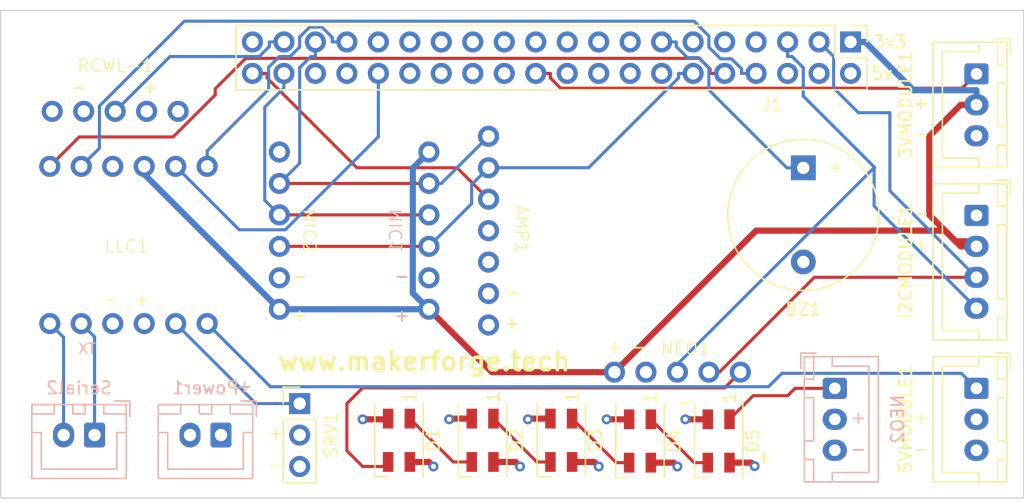
<source format=kicad_pcb>
(kicad_pcb (version 20221018) (generator pcbnew)
  (layers (0 "F.Cu" signal) (1 "In1.Cu" signal) (2 "In2.Cu" signal) (31 "B.Cu" signal) (34 "B.Paste" user) (35 "F.Paste" user) (36 "B.SilkS" user "B.Silkscreen") (37 "F.SilkS" user "F.Silkscreen") (38 "B.Mask" user) (39 "F.Mask" user) (44 "Edge.Cuts" user))
  (net 0 "")
  (net 2 "+5V")
  (net 3 "GND")
  (net 7 "Net-(AMP1-DIN)")
  (net 8 "Net-(AMP1-BCLK)")
  (net 9 "Net-(AMP1-LRCLK)")
  (net 10 "Net-(BZ1--)")
  (net 12 "Net-(J1-GPIO26)")
  (net 13 "Net-(LLC1-HV3)")
  (net 14 "Net-(LLC1-HV4)")
  (net 15 "Net-(LLC1-HV2)")
  (net 16 "Net-(J1-GPIO15{slash}RXD)")
  (net 17 "Net-(J1-GPIO14{slash}TXD)")
  (net 18 "Net-(J1-GPIO20{slash}MOSI1)")
  (net 19 "Net-(D1-DOUT)")
  (net 20 "Net-(D1-DIN)")
  (net 21 "Net-(J1-PWM1{slash}GPIO13)")
  (net 36 "Net-(J1-PWM0{slash}GPIO12)")
  (net 38 "Net-(D2-DOUT)")
  (net 39 "Net-(D3-DOUT)")
  (net 40 "Net-(D4-DOUT)")
  (net 41 "Net-(3VMODULE1-Pin_1)")
  (net 42 "Net-(5VMODULE1-Pin_1)")
  (net 43 "+3V3")
  (net 44 "Net-(I2CMODULE1-Pin_4)")
  (net 45 "Net-(I2CMODULE1-Pin_3)")
  (net 46 "Net-(D5-DOUT)")
  (footprint "LED_SMD:LED_SK6812MINI_PLCC4_3.5x3.5mm_P1.75mm" (layer "F.Cu") (at 162.08 82.974 -90)
    (fp_text reference "D3" (at 0 -2.75 90) (layer "F.SilkS"))
    (fp_text value "SK6812MINI")
    (fp_text user "1" (at -3.5 -0.875 90) (layer "F.SilkS"))
    (pad "1" smd rect (at -1.75 -0.875 270) (size 1.6 0.85) (layers "F.Cu" "F.Paste" "F.Mask") (net 39 "Net-(D3-DOUT)"))
    (pad "2" smd rect (at -1.75 0.875 270) (size 1.6 0.85) (layers "F.Cu" "F.Paste" "F.Mask") (net 3 "GND"))
    (pad "3" smd rect (at 1.75 0.875 270) (size 1.6 0.85) (layers "F.Cu" "F.Paste" "F.Mask") (net 38 "Net-(D2-DOUT)"))
    (pad "4" smd rect (at 1.75 -0.875 270) (size 1.6 0.85) (layers "F.Cu" "F.Paste" "F.Mask") (net 2 "+5V"))
  )
  (footprint "LED_SMD:LED_SK6812MINI_PLCC4_3.5x3.5mm_P1.75mm" (layer "F.Cu") (at 148.985 82.974 -90)
    (fp_text reference "D1" (at 0 -2.75 90) (layer "F.SilkS"))
    (fp_text value "SK6812MINI")
    (fp_text user "1" (at -3.5 -0.875 90) (layer "F.SilkS"))
    (pad "1" smd rect (at -1.75 -0.875 270) (size 1.6 0.85) (layers "F.Cu" "F.Paste" "F.Mask") (net 19 "Net-(D1-DOUT)"))
    (pad "2" smd rect (at -1.75 0.875 270) (size 1.6 0.85) (layers "F.Cu" "F.Paste" "F.Mask") (net 3 "GND"))
    (pad "3" smd rect (at 1.75 0.875 270) (size 1.6 0.85) (layers "F.Cu" "F.Paste" "F.Mask") (net 20 "Net-(D1-DIN)"))
    (pad "4" smd rect (at 1.75 -0.875 270) (size 1.6 0.85) (layers "F.Cu" "F.Paste" "F.Mask") (net 2 "+5V"))
  )
  (footprint "MakerForgeComponents:LCC_BIDIRECTIONAL" (layer "F.Cu") (at 134.7775 59.5775 -90)
    (fp_text reference "LLC1" (at 7.7325 7.7775 unlocked) (layer "F.SilkS") (effects (font (thickness 0.1))))
    (fp_text value "~")
    (pad "1" thru_hole circle (at 13.97 6.35 270) (size 1.7 1.7) (drill 1) (layers "*.Cu" "*.Mask") (net 2 "+5V"))
    (pad "2" thru_hole circle (at 13.97 8.89 270) (size 1.7 1.7) (drill 1) (layers "*.Cu" "*.Mask") (net 3 "GND"))
    (pad "3" thru_hole circle (at 13.97 1.27 270) (size 1.7 1.7) (drill 1) (layers "*.Cu" "*.Mask") (net 42 "Net-(5VMODULE1-Pin_1)"))
    (pad "4" thru_hole circle (at 13.97 3.81 270) (size 1.7 1.7) (drill 1) (layers "*.Cu" "*.Mask") (net 15 "Net-(LLC1-HV2)"))
    (pad "5" thru_hole circle (at 13.97 11.43 270) (size 1.7 1.7) (drill 1) (layers "*.Cu" "*.Mask") (net 13 "Net-(LLC1-HV3)"))
    (pad "6" thru_hole circle (at 13.97 13.97 270) (size 1.7 1.7) (drill 1) (layers "*.Cu" "*.Mask") (net 14 "Net-(LLC1-HV4)"))
    (pad "7" thru_hole circle (at 1.27 6.35 270) (size 1.7 1.7) (drill 1) (layers "*.Cu" "*.Mask") (net 43 "+3V3"))
    (pad "8" thru_hole circle (at 1.27 8.89 270) (size 1.7 1.7) (drill 1) (layers "*.Cu" "*.Mask") (net 3 "GND"))
    (pad "9" thru_hole circle (at 1.27 1.27 270) (size 1.7 1.7) (drill 1) (layers "*.Cu" "*.Mask") (net 21 "Net-(J1-PWM1{slash}GPIO13)"))
    (pad "10" thru_hole circle (at 1.27 3.81 270) (size 1.7 1.7) (drill 1) (layers "*.Cu" "*.Mask") (net 36 "Net-(J1-PWM0{slash}GPIO12)"))
    (pad "11" thru_hole circle (at 1.27 11.43 270) (size 1.7 1.7) (drill 1) (layers "*.Cu" "*.Mask") (net 17 "Net-(J1-GPIO14{slash}TXD)"))
    (pad "12" thru_hole circle (at 1.27 13.97 270) (size 1.7 1.7) (drill 1) (layers "*.Cu" "*.Mask") (net 16 "Net-(J1-GPIO15{slash}RXD)"))
  )
  (footprint "MakerForgeComponents:RCWL-0516_MIN" (layer "F.Cu") (at 117.1925 58.9425)
    (fp_text reference "RCWL-1" (at 8.89 -6.2375 unlocked) (layer "F.SilkS") (effects (font (thickness 0.1))))
    (fp_text value "~")
    (pad "1" thru_hole circle (at 13.97 -2.54) (size 1.7 1.7) (drill 1) (layers "*.Cu" "*.Mask"))
    (pad "2" thru_hole circle (at 11.43 -2.54) (size 1.7 1.7) (drill 1) (layers "*.Cu" "*.Mask") (net 2 "+5V"))
    (pad "3" thru_hole circle (at 8.89 -2.54) (size 1.7 1.7) (drill 1) (layers "*.Cu" "*.Mask") (net 12 "Net-(J1-GPIO26)"))
    (pad "4" thru_hole circle (at 6.35 -2.54) (size 1.7 1.7) (drill 1) (layers "*.Cu" "*.Mask") (net 3 "GND"))
    (pad "5" thru_hole circle (at 3.81 -2.54) (size 1.7 1.7) (drill 1) (layers "*.Cu" "*.Mask"))
  )
  (footprint "MakerForgeComponents:MAX98357" (layer "F.Cu") (at 174.26 57.15 -90)
    (fp_text reference "AMP1" (at 8.7775 15.3525 -90 unlocked) (layer "F.SilkS") (effects (font (thickness 0.1))))
    (fp_text value "~")
    (pad "1" thru_hole circle (at 16.51 18.05 270) (size 1.7 1.7) (drill 1) (layers "*.Cu" "*.Mask") (net 2 "+5V"))
    (pad "2" thru_hole circle (at 13.97 18.05 270) (size 1.7 1.7) (drill 1) (layers "*.Cu" "*.Mask") (net 3 "GND"))
    (pad "3" thru_hole circle (at 11.43 18.05 270) (size 1.7 1.7) (drill 1) (layers "*.Cu" "*.Mask"))
    (pad "4" thru_hole circle (at 8.89 18.05 270) (size 1.7 1.7) (drill 1) (layers "*.Cu" "*.Mask"))
    (pad "5" thru_hole circle (at 6.35 18.05 270) (size 1.7 1.7) (drill 1) (layers "*.Cu" "*.Mask") (net 7 "Net-(AMP1-DIN)"))
    (pad "6" thru_hole circle (at 3.81 18.05 270) (size 1.7 1.7) (drill 1) (layers "*.Cu" "*.Mask") (net 8 "Net-(AMP1-BCLK)"))
    (pad "7" thru_hole circle (at 1.27 18.05 270) (size 1.7 1.7) (drill 1) (layers "*.Cu" "*.Mask") (net 9 "Net-(AMP1-LRCLK)"))
  )
  (footprint "LED_SMD:LED_SK6812MINI_PLCC4_3.5x3.5mm_P1.75mm" (layer "F.Cu") (at 168.43 83.03 -90)
    (fp_text reference "D4" (at 0 -2.75 90) (layer "F.SilkS"))
    (fp_text value "SK6812MINI")
    (fp_text user "1" (at -3.5 -0.875 90) (layer "F.SilkS"))
    (pad "1" smd rect (at -1.75 -0.875 270) (size 1.6 0.85) (layers "F.Cu" "F.Paste" "F.Mask") (net 40 "Net-(D4-DOUT)"))
    (pad "2" smd rect (at -1.75 0.875 270) (size 1.6 0.85) (layers "F.Cu" "F.Paste" "F.Mask") (net 3 "GND"))
    (pad "3" smd rect (at 1.75 0.875 270) (size 1.6 0.85) (layers "F.Cu" "F.Paste" "F.Mask") (net 39 "Net-(D3-DOUT)"))
    (pad "4" smd rect (at 1.75 -0.875 270) (size 1.6 0.85) (layers "F.Cu" "F.Paste" "F.Mask") (net 2 "+5V"))
  )
  (footprint "Connector_JST:JST_XH_B3B-XH-A_1x03_P2.50mm_Vertical" (layer "F.Cu") (at 195.58 78.78 -90)
    (fp_text reference "5VMODULE1" (at 2.5 5.715 -90) (layer "F.SilkS"))
    (fp_text value "Conn_01x03")
    (pad "1" thru_hole roundrect (at 0 0 270) (size 1.7 1.95) (drill 0.95) (layers "*.Cu" "*.Mask") (roundrect_rratio 0.1470588235) (net 42 "Net-(5VMODULE1-Pin_1)"))
    (pad "2" thru_hole oval (at 2.5 0 270) (size 1.7 1.95) (drill 0.95) (layers "*.Cu" "*.Mask") (net 2 "+5V"))
    (pad "3" thru_hole oval (at 5 0 270) (size 1.7 1.95) (drill 0.95) (layers "*.Cu" "*.Mask") (net 3 "GND"))
  )
  (footprint "Connector_PinHeader_2.54mm:PinHeader_2x20_P2.54mm_Vertical" (layer "F.Cu") (at 185.42 50.8 -90)
    (fp_text reference "J1" (at 5.08 6.35) (layer "F.SilkS"))
    (fp_text value "Raspberry_Pi_2_3")
    (pad "1" thru_hole rect (at 0 0 270) (size 1.7 1.7) (drill 1) (layers "*.Cu" "*.Mask") (net 43 "+3V3"))
    (pad "2" thru_hole oval (at 2.54 0 270) (size 1.7 1.7) (drill 1) (layers "*.Cu" "*.Mask") (net 2 "+5V"))
    (pad "3" thru_hole oval (at 0 2.54 270) (size 1.7 1.7) (drill 1) (layers "*.Cu" "*.Mask") (net 45 "Net-(I2CMODULE1-Pin_3)"))
    (pad "4" thru_hole oval (at 2.54 2.54 270) (size 1.7 1.7) (drill 1) (layers "*.Cu" "*.Mask") (net 2 "+5V"))
    (pad "5" thru_hole oval (at 0 5.08 270) (size 1.7 1.7) (drill 1) (layers "*.Cu" "*.Mask") (net 44 "Net-(I2CMODULE1-Pin_4)"))
    (pad "6" thru_hole oval (at 2.54 5.08 270) (size 1.7 1.7) (drill 1) (layers "*.Cu" "*.Mask") (net 3 "GND"))
    (pad "7" thru_hole oval (at 0 7.62 270) (size 1.7 1.7) (drill 1) (layers "*.Cu" "*.Mask"))
    (pad "8" thru_hole oval (at 2.54 7.62 270) (size 1.7 1.7) (drill 1) (layers "*.Cu" "*.Mask") (net 17 "Net-(J1-GPIO14{slash}TXD)"))
    (pad "9" thru_hole oval (at 0 10.16 270) (size 1.7 1.7) (drill 1) (layers "*.Cu" "*.Mask") (net 3 "GND"))
    (pad "10" thru_hole oval (at 2.54 10.16 270) (size 1.7 1.7) (drill 1) (layers "*.Cu" "*.Mask") (net 16 "Net-(J1-GPIO15{slash}RXD)"))
    (pad "11" thru_hole oval (at 0 12.7 270) (size 1.7 1.7) (drill 1) (layers "*.Cu" "*.Mask"))
    (pad "12" thru_hole oval (at 2.54 12.7 270) (size 1.7 1.7) (drill 1) (layers "*.Cu" "*.Mask") (net 8 "Net-(AMP1-BCLK)"))
    (pad "13" thru_hole oval (at 0 15.24 270) (size 1.7 1.7) (drill 1) (layers "*.Cu" "*.Mask") (net 10 "Net-(BZ1--)"))
    (pad "14" thru_hole oval (at 2.54 15.24 270) (size 1.7 1.7) (drill 1) (layers "*.Cu" "*.Mask") (net 3 "GND"))
    (pad "15" thru_hole oval (at 0 17.78 270) (size 1.7 1.7) (drill 1) (layers "*.Cu" "*.Mask"))
    (pad "16" thru_hole oval (at 2.54 17.78 270) (size 1.7 1.7) (drill 1) (layers "*.Cu" "*.Mask"))
    (pad "17" thru_hole oval (at 0 20.32 270) (size 1.7 1.7) (drill 1) (layers "*.Cu" "*.Mask"))
    (pad "18" thru_hole oval (at 2.54 20.32 270) (size 1.7 1.7) (drill 1) (layers "*.Cu" "*.Mask"))
    (pad "19" thru_hole oval (at 0 22.86 270) (size 1.7 1.7) (drill 1) (layers "*.Cu" "*.Mask"))
    (pad "20" thru_hole oval (at 2.54 22.86 270) (size 1.7 1.7) (drill 1) (layers "*.Cu" "*.Mask") (net 3 "GND"))
    (pad "21" thru_hole oval (at 0 25.4 270) (size 1.7 1.7) (drill 1) (layers "*.Cu" "*.Mask"))
    (pad "22" thru_hole oval (at 2.54 25.4 270) (size 1.7 1.7) (drill 1) (layers "*.Cu" "*.Mask") (net 41 "Net-(3VMODULE1-Pin_1)"))
    (pad "23" thru_hole oval (at 0 27.94 270) (size 1.7 1.7) (drill 1) (layers "*.Cu" "*.Mask"))
    (pad "24" thru_hole oval (at 2.54 27.94 270) (size 1.7 1.7) (drill 1) (layers "*.Cu" "*.Mask"))
    (pad "25" thru_hole oval (at 0 30.48 270) (size 1.7 1.7) (drill 1) (layers "*.Cu" "*.Mask") (net 3 "GND"))
    (pad "26" thru_hole oval (at 2.54 30.48 270) (size 1.7 1.7) (drill 1) (layers "*.Cu" "*.Mask"))
    (pad "27" thru_hole oval (at 0 33.02 270) (size 1.7 1.7) (drill 1) (layers "*.Cu" "*.Mask"))
    (pad "28" thru_hole oval (at 2.54 33.02 270) (size 1.7 1.7) (drill 1) (layers "*.Cu" "*.Mask"))
    (pad "29" thru_hole oval (at 0 35.56 270) (size 1.7 1.7) (drill 1) (layers "*.Cu" "*.Mask"))
    (pad "30" thru_hole oval (at 2.54 35.56 270) (size 1.7 1.7) (drill 1) (layers "*.Cu" "*.Mask") (net 3 "GND"))
    (pad "31" thru_hole oval (at 0 38.1 270) (size 1.7 1.7) (drill 1) (layers "*.Cu" "*.Mask"))
    (pad "32" thru_hole oval (at 2.54 38.1 270) (size 1.7 1.7) (drill 1) (layers "*.Cu" "*.Mask") (net 36 "Net-(J1-PWM0{slash}GPIO12)"))
    (pad "33" thru_hole oval (at 0 40.64 270) (size 1.7 1.7) (drill 1) (layers "*.Cu" "*.Mask") (net 21 "Net-(J1-PWM1{slash}GPIO13)"))
    (pad "34" thru_hole oval (at 2.54 40.64 270) (size 1.7 1.7) (drill 1) (layers "*.Cu" "*.Mask") (net 3 "GND"))
    (pad "35" thru_hole oval (at 0 43.18 270) (size 1.7 1.7) (drill 1) (layers "*.Cu" "*.Mask") (net 9 "Net-(AMP1-LRCLK)"))
    (pad "36" thru_hole oval (at 2.54 43.18 270) (size 1.7 1.7) (drill 1) (layers "*.Cu" "*.Mask"))
    (pad "37" thru_hole oval (at 0 45.72 270) (size 1.7 1.7) (drill 1) (layers "*.Cu" "*.Mask") (net 12 "Net-(J1-GPIO26)"))
    (pad "38" thru_hole oval (at 2.54 45.72 270) (size 1.7 1.7) (drill 1) (layers "*.Cu" "*.Mask") (net 18 "Net-(J1-GPIO20{slash}MOSI1)"))
    (pad "39" thru_hole oval (at 0 48.26 270) (size 1.7 1.7) (drill 1) (layers "*.Cu" "*.Mask") (net 3 "GND"))
    (pad "40" thru_hole oval (at 2.54 48.26 270) (size 1.7 1.7) (drill 1) (layers "*.Cu" "*.Mask") (net 7 "Net-(AMP1-DIN)"))
  )
  (footprint "LED_SMD:LED_SK6812MINI_PLCC4_3.5x3.5mm_P1.75mm" (layer "F.Cu") (at 174.78 83.03 -90)
    (fp_text reference "D5" (at 0 -2.75 90) (layer "F.SilkS"))
    (fp_text value "SK6812MINI")
    (fp_text user "1" (at -3.5 -0.875 90) (layer "F.SilkS"))
    (pad "1" smd rect (at -1.75 -0.875 270) (size 1.6 0.85) (layers "F.Cu" "F.Paste" "F.Mask") (net 46 "Net-(D5-DOUT)"))
    (pad "2" smd rect (at -1.75 0.875 270) (size 1.6 0.85) (layers "F.Cu" "F.Paste" "F.Mask") (net 3 "GND"))
    (pad "3" smd rect (at 1.75 0.875 270) (size 1.6 0.85) (layers "F.Cu" "F.Paste" "F.Mask") (net 40 "Net-(D4-DOUT)"))
    (pad "4" smd rect (at 1.75 -0.875 270) (size 1.6 0.85) (layers "F.Cu" "F.Paste" "F.Mask") (net 2 "+5V"))
  )
  (footprint "Connector_JST:JST_XH_B3B-XH-A_1x03_P2.50mm_Vertical" (layer "F.Cu") (at 195.58 53.38 -90)
    (fp_text reference "3VMODULE1" (at 2.5 5.715 -90) (layer "F.SilkS"))
    (fp_text value "Conn_01x03")
    (pad "1" thru_hole roundrect (at 0 0 270) (size 1.7 1.95) (drill 0.95) (layers "*.Cu" "*.Mask") (roundrect_rratio 0.1470588235) (net 41 "Net-(3VMODULE1-Pin_1)"))
    (pad "2" thru_hole oval (at 2.5 0 270) (size 1.7 1.95) (drill 0.95) (layers "*.Cu" "*.Mask") (net 43 "+3V3"))
    (pad "3" thru_hole oval (at 5 0 270) (size 1.7 1.95) (drill 0.95) (layers "*.Cu" "*.Mask") (net 3 "GND"))
  )
  (footprint "Buzzer_Beeper:Buzzer_12x9.5RM7.6" (layer "F.Cu") (at 181.61 60.97 -90)
    (fp_text reference "BZ1" (at 11.42 0) (layer "F.SilkS"))
    (fp_text value "Buzzer")
    (fp_text user "+" (at -0.01 -2.54 90) (layer "F.SilkS"))
    (pad "1" thru_hole rect (at 0 0 270) (size 2 2) (drill 1) (layers "*.Cu" "*.Mask") (net 10 "Net-(BZ1--)"))
    (pad "2" thru_hole circle (at 7.6 0 270) (size 2 2) (drill 1) (layers "*.Cu" "*.Mask") (net 3 "GND"))
  )
  (footprint "MakerForgeComponents:SPH0645LM4H" (layer "F.Cu") (at 145.05 66.04 -90)
    (fp_text reference "MIC2" (at 0 3.2875 -90 unlocked) (layer "F.SilkS") (effects (font (thickness 0.1))))
    (fp_text value "~")
    (pad "1" thru_hole circle (at -6.35 5.715 270) (size 1.7 1.7) (drill 1) (layers "*.Cu" "*.Mask") (net 3 "GND"))
    (pad "2" thru_hole circle (at -3.81 5.715 270) (size 1.7 1.7) (drill 1) (layers "*.Cu" "*.Mask") (net 9 "Net-(AMP1-LRCLK)"))
    (pad "3" thru_hole circle (at -1.27 5.715 270) (size 1.7 1.7) (drill 1) (layers "*.Cu" "*.Mask") (net 18 "Net-(J1-GPIO20{slash}MOSI1)"))
    (pad "4" thru_hole circle (at 1.27 5.715 270) (size 1.7 1.7) (drill 1) (layers "*.Cu" "*.Mask") (net 8 "Net-(AMP1-BCLK)"))
    (pad "5" thru_hole circle (at 3.81 5.715 270) (size 1.7 1.7) (drill 1) (layers "*.Cu" "*.Mask") (net 3 "GND"))
    (pad "6" thru_hole circle (at 6.35 5.715 270) (size 1.7 1.7) (drill 1) (layers "*.Cu" "*.Mask") (net 43 "+3V3"))
  )
  (footprint "MakerForgeComponents:I2C_NEOPIXEL" (layer "F.Cu") (at 171.45 71.12)
    (fp_text reference "NEO1" (at 0.635 4.445 unlocked) (layer "F.SilkS") (effects (font (thickness 0.1))))
    (fp_text value "I2C_NEOPIXEL")
    (pad "1" thru_hole circle (at -5.08 6.35) (size 1.7 1.7) (drill 1) (layers "*.Cu" "*.Mask") (net 43 "+3V3"))
    (pad "2" thru_hole circle (at -2.54 6.35) (size 1.7 1.7) (drill 1) (layers "*.Cu" "*.Mask") (net 3 "GND"))
    (pad "3" thru_hole circle (at 0 6.35) (size 1.7 1.7) (drill 1) (layers "*.Cu" "*.Mask") (net 44 "Net-(I2CMODULE1-Pin_4)"))
    (pad "4" thru_hole circle (at 2.54 6.35) (size 1.7 1.7) (drill 1) (layers "*.Cu" "*.Mask") (net 45 "Net-(I2CMODULE1-Pin_3)"))
    (pad "5" thru_hole circle (at 5.08 6.35) (size 1.7 1.7) (drill 1) (layers "*.Cu" "*.Mask") (net 20 "Net-(D1-DIN)"))
  )
  (footprint "Connector_JST:JST_XH_B4B-XH-A_1x04_P2.50mm_Vertical" (layer "F.Cu") (at 195.58 64.81 -90)
    (fp_text reference "I2CMODULE1" (at 3.73 5.715 -90) (layer "F.SilkS"))
    (fp_text value "Conn_01x04")
    (pad "1" thru_hole roundrect (at 0 0 270) (size 1.7 1.95) (drill 0.95) (layers "*.Cu" "*.Mask") (roundrect_rratio 0.1470588235) (net 3 "GND"))
    (pad "2" thru_hole oval (at 2.5 0 270) (size 1.7 1.95) (drill 0.95) (layers "*.Cu" "*.Mask") (net 43 "+3V3"))
    (pad "3" thru_hole oval (at 5 0 270) (size 1.7 1.95) (drill 0.95) (layers "*.Cu" "*.Mask") (net 45 "Net-(I2CMODULE1-Pin_3)"))
    (pad "4" thru_hole oval (at 7.5 0 270) (size 1.7 1.95) (drill 0.95) (layers "*.Cu" "*.Mask") (net 44 "Net-(I2CMODULE1-Pin_4)"))
  )
  (footprint "LED_SMD:LED_SK6812MINI_PLCC4_3.5x3.5mm_P1.75mm" (layer "F.Cu") (at 155.73 82.974 -90)
    (fp_text reference "D2" (at 0 -2.75 90) (layer "F.SilkS"))
    (fp_text value "SK6812MINI")
    (fp_text user "1" (at -3.5 -0.875 90) (layer "F.SilkS"))
    (pad "1" smd rect (at -1.75 -0.875 270) (size 1.6 0.85) (layers "F.Cu" "F.Paste" "F.Mask") (net 38 "Net-(D2-DOUT)"))
    (pad "2" smd rect (at -1.75 0.875 270) (size 1.6 0.85) (layers "F.Cu" "F.Paste" "F.Mask") (net 3 "GND"))
    (pad "3" smd rect (at 1.75 0.875 270) (size 1.6 0.85) (layers "F.Cu" "F.Paste" "F.Mask") (net 19 "Net-(D1-DOUT)"))
    (pad "4" smd rect (at 1.75 -0.875 270) (size 1.6 0.85) (layers "F.Cu" "F.Paste" "F.Mask") (net 2 "+5V"))
  )
  (footprint "Connector_PinHeader_2.54mm:PinHeader_1x03_P2.54mm_Vertical" (layer "F.Cu") (at 140.97 80.01)
    (fp_text reference "SRV1" (at 2.54 2.54 90) (layer "F.SilkS"))
    (fp_text value "Conn_01x03")
    (pad "1" thru_hole rect (at 0 0) (size 1.7 1.7) (drill 1) (layers "*.Cu" "*.Mask") (net 15 "Net-(LLC1-HV2)"))
    (pad "2" thru_hole oval (at 0 2.54) (size 1.7 1.7) (drill 1) (layers "*.Cu" "*.Mask") (net 2 "+5V"))
    (pad "3" thru_hole oval (at 0 5.08) (size 1.7 1.7) (drill 1) (layers "*.Cu" "*.Mask") (net 3 "GND"))
  )
  (footprint "Connector_JST:JST_XH_B2B-XH-A_1x02_P2.50mm_Vertical" (layer "B.Cu") (at 124.42 82.55 180)
    (fp_text reference "Serial2" (at 1.25 3.81) (layer "B.SilkS") (effects (justify mirror)))
    (fp_text value "Conn_01x02")
    (pad "1" thru_hole roundrect (at 0 0 180) (size 1.7 2) (drill 1) (layers "*.Cu" "*.Mask") (roundrect_rratio 0.1470588235) (net 13 "Net-(LLC1-HV3)"))
    (pad "2" thru_hole oval (at 2.5 0 180) (size 1.7 2) (drill 1) (layers "*.Cu" "*.Mask") (net 14 "Net-(LLC1-HV4)"))
  )
  (footprint "Connector_JST:JST_XH_B3B-XH-A_1x03_P2.50mm_Vertical" (layer "B.Cu") (at 184.15 78.78 -90)
    (fp_text reference "NEO2" (at 2.5 -5.08 90) (layer "B.SilkS") (effects (justify mirror)))
    (fp_text value "Conn_01x03")
    (pad "1" thru_hole roundrect (at 0 0 270) (size 1.7 1.95) (drill 0.95) (layers "*.Cu" "*.Mask") (roundrect_rratio 0.1470588235) (net 46 "Net-(D5-DOUT)"))
    (pad "2" thru_hole oval (at 2.5 0 270) (size 1.7 1.95) (drill 0.95) (layers "*.Cu" "*.Mask") (net 2 "+5V"))
    (pad "3" thru_hole oval (at 5 0 270) (size 1.7 1.95) (drill 0.95) (layers "*.Cu" "*.Mask") (net 3 "GND"))
  )
  (footprint "MakerForgeComponents:SPH0645LM4H" (layer "B.Cu") (at 145.685 66.04 -90)
    (fp_text reference "MIC1" (at 0 -3.0625 90 unlocked) (layer "B.SilkS") (effects (font (thickness 0.1)) (justify mirror)))
    (fp_text value "~")
    (pad "1" thru_hole circle (at -6.35 -5.715 270) (size 1.7 1.7) (drill 1) (layers "*.Cu" "*.Mask") (net 43 "+3V3"))
    (pad "2" thru_hole circle (at -3.81 -5.715 270) (size 1.7 1.7) (drill 1) (layers "*.Cu" "*.Mask") (net 9 "Net-(AMP1-LRCLK)"))
    (pad "3" thru_hole circle (at -1.27 -5.715 270) (size 1.7 1.7) (drill 1) (layers "*.Cu" "*.Mask") (net 18 "Net-(J1-GPIO20{slash}MOSI1)"))
    (pad "4" thru_hole circle (at 1.27 -5.715 270) (size 1.7 1.7) (drill 1) (layers "*.Cu" "*.Mask") (net 8 "Net-(AMP1-BCLK)"))
    (pad "5" thru_hole circle (at 3.81 -5.715 270) (size 1.7 1.7) (drill 1) (layers "*.Cu" "*.Mask") (net 3 "GND"))
    (pad "6" thru_hole circle (at 6.35 -5.715 270) (size 1.7 1.7) (drill 1) (layers "*.Cu" "*.Mask") (net 43 "+3V3"))
  )
  (footprint "Connector_JST:JST_XH_B2B-XH-A_1x02_P2.50mm_Vertical" (layer "B.Cu") (at 134.62 82.55 180)
    (fp_text reference "Power1" (at 1.25 3.81) (layer "B.SilkS") (effects (justify mirror)))
    (fp_text value "Conn_01x02")
    (pad "1" thru_hole roundrect (at 0 0 180) (size 1.7 2) (drill 1) (layers "*.Cu" "*.Mask") (roundrect_rratio 0.1470588235) (net 2 "+5V"))
    (pad "2" thru_hole oval (at 2.5 0 180) (size 1.7 2) (drill 1) (layers "*.Cu" "*.Mask") (net 3 "GND"))
  )
  (gr_rect (start 116.84 48.26) (end 199.39 87.63) (stroke (width 0.1)) (fill none) (layer "Edge.Cuts"))
  (gr_text "+" (at 136.525 78.74 -180) (layer "B.SilkS") (effects (font (size 1 1)) (justify mirror)))
  (gr_text "+" (at 149.225 73.025 -180) (layer "B.SilkS") (effects (font (size 1 1)) (justify mirror)))
  (gr_text "TX" (at 123.825 75.565) (layer "B.SilkS") (effects (font (size 0.8 0.8) (thickness 0.125)) (justify mirror)))
  (gr_text "-" (at 149.225 69.85 -180) (layer "B.SilkS") (effects (font (size 1 1)) (justify mirror)))
  (gr_text "+" (at 186.055 81.28 -180) (layer "B.SilkS") (effects (font (size 1 1)) (justify mirror)))
  (gr_text "-" (at 186.055 83.82 -180) (layer "B.SilkS") (effects (font (size 1 1)) (justify mirror)))
  (gr_text "+" (at 191.135 55.88 180) (layer "F.SilkS") (effects (font (size 1 1))))
  (gr_text "+" (at 178.435 84.455 180) (layer "F.SilkS") (effects (font (size 1 1))))
  (gr_text "-" (at 140.97 69.85 180) (layer "F.SilkS") (effects (font (size 1 1))))
  (gr_text "-" (at 168.275 75.565 180) (layer "F.SilkS") (effects (font (size 1 1))))
  (gr_text "+" (at 140.97 73.025 180) (layer "F.SilkS") (effects (font (size 1 1))))
  (gr_text "-" (at 158.115 71.12 180) (layer "F.SilkS") (effects (font (size 1 1))))
  (gr_text "-" (at 125.73 71.755 180) (layer "F.SilkS") (effects (font (size 1 1))))
  (gr_text "-" (at 172.085 80.01 180) (layer "F.SilkS") (effects (font (size 1 1))))
  (gr_text "3v3" (at 188.595 50.8) (layer "F.SilkS") (effects (font (size 1 1))))
  (gr_text "+" (at 191.135 81.28 180) (layer "F.SilkS") (effects (font (size 1 1))))
  (gr_text "+" (at 191.135 67.31 180) (layer "F.SilkS") (effects (font (size 1 1))))
  (gr_text "+" (at 128.905 54.61 180) (layer "F.SilkS") (effects (font (size 1 1))))
  (gr_text "+" (at 128.27 71.755 180) (layer "F.SilkS") (effects (font (size 1 1))))
  (gr_text "-" (at 191.135 64.77 180) (layer "F.SilkS") (effects (font (size 1 1))))
  (gr_text "-" (at 123.19 54.61 180) (layer "F.SilkS") (effects (font (size 1 1))))
  (gr_text "5v" (at 187.96 53.34) (layer "F.SilkS") (effects (font (size 1 1))))
  (gr_text "+" (at 139.065 82.55 180) (layer "F.SilkS") (effects (font (size 1 1))))
  (gr_text "-" (at 139.065 85.09 180) (layer "F.SilkS") (effects (font (size 1 1))))
  (gr_text "+" (at 158.115 73.66 180) (layer "F.SilkS") (effects (font (size 1 1))))
  (gr_text "+" (at 166.37 75.565 180) (layer "F.SilkS") (effects (font (size 1 1))))
  (gr_text "-" (at 191.135 58.42 180) (layer "F.SilkS") (effects (font (size 1 1))))
  (gr_text "www.makerforge.tech" (at 139.065 77.47) (layer "F.SilkS") (effects (font (size 1.5 1.5) (thickness 0.3) bold) (justify left bottom)))
  (gr_text "-" (at 191.135 83.82 180) (layer "F.SilkS") (effects (font (size 1 1))))
  (segment (start 164.734 84.724) (end 165.1 85.09) (width 0.5) (layer "F.Cu") (net 2))
  (segment (start 177.403105 84.78) (end 177.683445 85.06034) (width 0.5) (layer "F.Cu") (net 2))
  (segment (start 171.14 84.78) (end 171.45 85.09) (width 0.5) (layer "F.Cu") (net 2))
  (segment (start 169.305 84.78) (end 171.14 84.78) (width 0.5) (layer "F.Cu") (net 2))
  (segment (start 149.86 84.724) (end 151.399 84.724) (width 0.5) (layer "F.Cu") (net 2))
  (segment (start 156.605 84.724) (end 158.384 84.724) (width 0.5) (layer "F.Cu") (net 2))
  (segment (start 162.955 84.724) (end 164.734 84.724) (width 0.5) (layer "F.Cu") (net 2))
  (segment (start 151.399 84.724) (end 151.765 85.09) (width 0.5) (layer "F.Cu") (net 2))
  (segment (start 158.384 84.724) (end 158.75 85.09) (width 0.5) (layer "F.Cu") (net 2))
  (segment (start 175.655 84.78) (end 177.403105 84.78) (width 0.5) (layer "F.Cu") (net 2))
  (via (at 177.683445 85.06034) (size 0.8) (drill 0.4) (layers "F.Cu" "B.Cu") (net 2))
  (via (at 171.45 85.09) (size 0.8) (drill 0.4) (layers "F.Cu" "B.Cu") (net 2))
  (via (at 165.1 85.09) (size 0.8) (drill 0.4) (layers "F.Cu" "B.Cu") (net 2))
  (via (at 151.765 85.09) (size 0.8) (drill 0.4) (layers "F.Cu" "B.Cu") (net 2))
  (via (at 158.75 85.09) (size 0.8) (drill 0.4) (layers "F.Cu" "B.Cu") (net 2))
  (segment (start 148.11 81.224) (end 148.011 81.224) (width 0.5) (layer "F.Cu") (net 3))
  (segment (start 167.555 81.28) (end 165.735 81.28) (width 0.5) (layer "F.Cu") (net 3))
  (segment (start 159.441 81.224) (end 159.385 81.28) (width 0.5) (layer "F.Cu") (net 3))
  (segment (start 147.955 81.28) (end 146.05 81.28) (width 0.5) (layer "F.Cu") (net 3))
  (segment (start 154.855 81.224) (end 153.091 81.224) (width 0.5) (layer "F.Cu") (net 3))
  (segment (start 161.205 81.224) (end 159.441 81.224) (width 0.5) (layer "F.Cu") (net 3))
  (segment (start 173.905 81.28) (end 172.085 81.28) (width 0.5) (layer "F.Cu") (net 3))
  (segment (start 153.091 81.224) (end 153.035 81.28) (width 0.5) (layer "F.Cu") (net 3))
  (segment (start 148.011 81.224) (end 147.955 81.28) (width 0.5) (layer "F.Cu") (net 3))
  (via (at 172.085 81.28) (size 0.8) (drill 0.4) (layers "F.Cu" "B.Cu") (net 3))
  (via (at 159.385 81.28) (size 0.8) (drill 0.4) (layers "F.Cu" "B.Cu") (net 3))
  (via (at 165.735 81.28) (size 0.8) (drill 0.4) (layers "F.Cu" "B.Cu") (net 3))
  (via (at 146.05 81.28) (size 0.8) (drill 0.4) (layers "F.Cu" "B.Cu") (net 3))
  (via (at 153.035 81.28) (size 0.8) (drill 0.4) (layers "F.Cu" "B.Cu") (net 3))
  (segment (start 153.67 60.96) (end 156.21 63.5) (width 0.25) (layer "F.Cu") (net 7))
  (segment (start 145.5891 60.96) (end 153.67 60.96) (width 0.25) (layer "F.Cu") (net 7))
  (segment (start 138.3369 53.7078) (end 145.5891 60.96) (width 0.25) (layer "F.Cu") (net 7))
  (segment (start 138.3369 53.34) (end 138.3369 53.7078) (width 0.25) (layer "F.Cu") (net 7))
  (segment (start 137.16 53.34) (end 138.3369 53.34) (width 0.25) (layer "F.Cu") (net 7))
  (segment (start 139.335 67.31) (end 151.4 67.31) (width 0.25) (layer "F.Cu") (net 8))
  (segment (start 171.5431 53.7058) (end 171.5431 53.34) (width 0.25) (layer "B.Cu") (net 8))
  (segment (start 151.4 67.31) (end 154.8454 63.8646) (width 0.25) (layer "B.Cu") (net 8))
  (segment (start 156.21 60.96) (end 164.2889 60.96) (width 0.25) (layer "B.Cu") (net 8))
  (segment (start 154.8454 63.8646) (end 154.8454 62.3246) (width 0.25) (layer "B.Cu") (net 8))
  (segment (start 164.2889 60.96) (end 171.5431 53.7058) (width 0.25) (layer "B.Cu") (net 8))
  (segment (start 154.8454 62.3246) (end 156.21 60.96) (width 0.25) (layer "B.Cu") (net 8))
  (segment (start 172.72 53.34) (end 171.5431 53.34) (width 0.25) (layer "B.Cu") (net 8))
  (segment (start 139.335 62.23) (end 151.4 62.23) (width 0.25) (layer "F.Cu") (net 9))
  (segment (start 152.4 62.23) (end 156.21 58.42) (width 0.25) (layer "B.Cu") (net 9))
  (segment (start 140.97 60.595) (end 140.97 52.8811) (width 0.25) (layer "B.Cu") (net 9))
  (segment (start 142.24 50.8) (end 142.24 51.9769) (width 0.25) (layer "B.Cu") (net 9))
  (segment (start 151.4 62.23) (end 152.4 62.23) (width 0.25) (layer "B.Cu") (net 9))
  (segment (start 141.8742 51.9769) (end 142.24 51.9769) (width 0.25) (layer "B.Cu") (net 9))
  (segment (start 139.335 62.23) (end 140.97 60.595) (width 0.25) (layer "B.Cu") (net 9))
  (segment (start 140.97 52.8811) (end 141.8742 51.9769) (width 0.25) (layer "B.Cu") (net 9))
  (segment (start 173.99 52.9091) (end 173.1509 52.07) (width 0.25) (layer "B.Cu") (net 10))
  (segment (start 170.18 50.8) (end 171.3569 50.8) (width 0.25) (layer "B.Cu") (net 10))
  (segment (start 180.2831 60.97) (end 173.99 54.6769) (width 0.25) (layer "B.Cu") (net 10))
  (segment (start 181.61 60.97) (end 180.2831 60.97) (width 0.25) (layer "B.Cu") (net 10))
  (segment (start 173.99 54.6769) (end 173.99 52.9091) (width 0.25) (layer "B.Cu") (net 10))
  (segment (start 173.1509 52.07) (end 172.2611 52.07) (width 0.25) (layer "B.Cu") (net 10))
  (segment (start 171.3569 51.1658) (end 171.3569 50.8) (width 0.25) (layer "B.Cu") (net 10))
  (segment (start 172.2611 52.07) (end 171.3569 51.1658) (width 0.25) (layer "B.Cu") (net 10))
  (segment (start 130.5081 51.9769) (end 137.7141 51.9769) (width 0.25) (layer "B.Cu") (net 12))
  (segment (start 126.0825 56.4025) (end 130.5081 51.9769) (width 0.25) (layer "B.Cu") (net 12))
  (segment (start 138.5231 51.1679) (end 138.5231 50.8) (width 0.25) (layer "B.Cu") (net 12))
  (segment (start 137.7141 51.9769) (end 138.5231 51.1679) (width 0.25) (layer "B.Cu") (net 12))
  (segment (start 139.7 50.8) (end 138.5231 50.8) (width 0.25) (layer "B.Cu") (net 12))
  (segment (start 124.42 74.62) (end 123.348 73.5475) (width 0.25) (layer "B.Cu") (net 13))
  (segment (start 124.42 82.55) (end 124.42 74.62) (width 0.25) (layer "B.Cu") (net 13))
  (segment (start 123.3475 73.5475) (end 123.348 73.5475) (width 0.25) (layer "B.Cu") (net 13))
  (segment (start 121.92 74.66) (end 120.808 73.5475) (width 0.25) (layer "B.Cu") (net 14))
  (segment (start 120.8075 73.5475) (end 120.808 73.5475) (width 0.25) (layer "B.Cu") (net 14))
  (segment (start 121.92 82.55) (end 121.92 74.66) (width 0.25) (layer "B.Cu") (net 14))
  (segment (start 137.43 80.01) (end 130.9675 73.5475) (width 0.25) (layer "B.Cu") (net 15))
  (segment (start 140.97 80.01) (end 137.43 80.01) (width 0.25) (layer "B.Cu") (net 15))
  (segment (start 130.7609 58.4724) (end 123.1825 58.4724) (width 0.25) (layer "F.Cu") (net 16))
  (segment (start 173.2358 52.1249) (end 136.6153 52.1249) (width 0.25) (layer "F.Cu") (net 16))
  (segment (start 136.6153 52.1249) (end 134.1566 54.5836) (width 0.25) (layer "F.Cu") (net 16))
  (segment (start 134.1566 54.5836) (end 134.1566 55.0767) (width 0.25) (layer "F.Cu") (net 16))
  (segment (start 134.1566 55.0767) (end 130.7609 58.4724) (width 0.25) (layer "F.Cu") (net 16))
  (segment (start 174.0831 53.34) (end 174.0831 52.9722) (width 0.25) (layer "F.Cu") (net 16))
  (segment (start 123.1825 58.4725) (end 120.8075 60.8475) (width 0.25) (layer "F.Cu") (net 16))
  (segment (start 174.0831 52.9722) (end 173.2358 52.1249) (width 0.25) (layer "F.Cu") (net 16))
  (segment (start 123.1825 58.4724) (end 123.1825 58.4725) (width 0.25) (layer "F.Cu") (net 16))
  (segment (start 175.26 53.34) (end 174.0831 53.34) (width 0.25) (layer "F.Cu") (net 16))
  (segment (start 124.8125 55.975) (end 124.8125 59.3825) (width 0.25) (layer "B.Cu") (net 17))
  (segment (start 174.9311 52.1631) (end 173.99 51.222) (width 0.25) (layer "B.Cu") (net 17))
  (segment (start 172.7888 49.1223) (end 131.6652 49.1223) (width 0.25) (layer "B.Cu") (net 17))
  (segment (start 176.6231 53.34) (end 176.6231 52.9721) (width 0.25) (layer "B.Cu") (net 17))
  (segment (start 124.8125 59.3825) (end 123.3475 60.8475) (width 0.25) (layer "B.Cu") (net 17))
  (segment (start 175.8141 52.1631) (end 174.9311 52.1631) (width 0.25) (layer "B.Cu") (net 17))
  (segment (start 177.8 53.34) (end 176.6231 53.34) (width 0.25) (layer "B.Cu") (net 17))
  (segment (start 173.99 51.222) (end 173.99 50.3235) (width 0.25) (layer "B.Cu") (net 17))
  (segment (start 131.6652 49.1223) (end 124.8125 55.975) (width 0.25) (layer "B.Cu") (net 17))
  (segment (start 176.6231 52.9721) (end 175.8141 52.1631) (width 0.25) (layer "B.Cu") (net 17))
  (segment (start 173.99 50.3235) (end 172.7888 49.1223) (width 0.25) (layer "B.Cu") (net 17))
  (segment (start 151.4 64.77) (end 139.335 64.77) (width 0.25) (layer "F.Cu") (net 18))
  (segment (start 139.335 64.77) (end 138.1534 63.5884) (width 0.25) (layer "B.Cu") (net 18))
  (segment (start 138.1534 63.5884) (end 138.1534 56.0635) (width 0.25) (layer "B.Cu") (net 18))
  (segment (start 139.7 53.34) (end 139.7 54.5169) (width 0.25) (layer "B.Cu") (net 18))
  (segment (start 138.1534 56.0635) (end 139.7 54.5169) (width 0.25) (layer "B.Cu") (net 18))
  (segment (start 153.36 84.724) (end 154.855 84.724) (width 0.25) (layer "F.Cu") (net 19))
  (segment (start 149.86 81.224) (end 153.36 84.724) (width 0.25) (layer "F.Cu") (net 19))
  (segment (start 144.78 83.82) (end 146.05 85.09) (width 0.25) (layer "F.Cu") (net 20))
  (segment (start 176.53 77.47) (end 175.26 78.74) (width 0.25) (layer "F.Cu") (net 20))
  (segment (start 175.26 78.74) (end 146.05 78.74) (width 0.25) (layer "F.Cu") (net 20))
  (segment (start 144.78 80.01) (end 144.78 83.82) (width 0.25) (layer "F.Cu") (net 20))
  (segment (start 146.05 85.09) (end 147.744 85.09) (width 0.25) (layer "F.Cu") (net 20))
  (segment (start 147.744 85.09) (end 148.11 84.724) (width 0.25) (layer "F.Cu") (net 20))
  (segment (start 146.05 78.74) (end 144.78 80.01) (width 0.25) (layer "F.Cu") (net 20))
  (segment (start 141.7758 49.5986) (end 142.7675 49.5986) (width 0.25) (layer "B.Cu") (net 21))
  (segment (start 133.5075 59.5889) (end 138.4629 54.6335) (width 0.25) (layer "B.Cu") (net 21))
  (segment (start 139.3355 51.9771) (end 140.2019 51.9771) (width 0.25) (layer "B.Cu") (net 21))
  (segment (start 142.7675 49.5986) (end 143.6031 50.4342) (width 0.25) (layer "B.Cu") (net 21))
  (segment (start 144.78 50.8) (end 143.6031 50.8) (width 0.25) (layer "B.Cu") (net 21))
  (segment (start 143.6031 50.4342) (end 143.6031 50.8) (width 0.25) (layer "B.Cu") (net 21))
  (segment (start 138.4629 52.8497) (end 139.3355 51.9771) (width 0.25) (layer "B.Cu") (net 21))
  (segment (start 140.97 50.4044) (end 141.7758 49.5986) (width 0.25) (layer "B.Cu") (net 21))
  (segment (start 140.97 51.209) (end 140.97 50.4044) (width 0.25) (layer "B.Cu") (net 21))
  (segment (start 133.5075 60.8475) (end 133.5075 59.5889) (width 0.25) (layer "B.Cu") (net 21))
  (segment (start 138.4629 54.6335) (end 138.4629 52.8497) (width 0.25) (layer "B.Cu") (net 21))
  (segment (start 140.2019 51.9771) (end 140.97 51.209) (width 0.25) (layer "B.Cu") (net 21))
  (segment (start 136.0937 65.9737) (end 130.9675 60.8475) (width 0.25) (layer "B.Cu") (net 36))
  (segment (start 147.32 53.34) (end 147.32 58.4606) (width 0.25) (layer "B.Cu") (net 36))
  (segment (start 147.32 58.4606) (end 139.8069 65.9737) (width 0.25) (layer "B.Cu") (net 36))
  (segment (start 139.8069 65.9737) (end 136.0937 65.9737) (width 0.25) (layer "B.Cu") (net 36))
  (segment (start 160.105 84.724) (end 161.205 84.724) (width 0.25) (layer "F.Cu") (net 38))
  (segment (start 156.605 81.224) (end 160.105 84.724) (width 0.25) (layer "F.Cu") (net 38))
  (segment (start 162.955 81.224) (end 166.511 84.78) (width 0.25) (layer "F.Cu") (net 39))
  (segment (start 166.511 84.78) (end 167.555 84.78) (width 0.25) (layer "F.Cu") (net 39))
  (segment (start 172.805 84.78) (end 173.905 84.78) (width 0.25) (layer "F.Cu") (net 40))
  (segment (start 169.305 81.28) (end 172.805 84.78) (width 0.25) (layer "F.Cu") (net 40))
  (segment (start 162.0281 54.539) (end 194.421 54.539) (width 0.25) (layer "F.Cu") (net 41))
  (segment (start 161.1969 53.34) (end 161.1969 53.7078) (width 0.25) (layer "F.Cu") (net 41))
  (segment (start 194.421 54.539) (end 195.58 53.38) (width 0.25) (layer "F.Cu") (net 41))
  (segment (start 160.02 53.34) (end 161.1969 53.34) (width 0.25) (layer "F.Cu") (net 41))
  (segment (start 161.1969 53.7078) (end 162.0281 54.539) (width 0.25) (layer "F.Cu") (net 41))
  (segment (start 138.6081 78.6481) (end 133.5075 73.5475) (width 0.25) (layer "B.Cu") (net 42))
  (segment (start 178.8004 78.6481) (end 138.6081 78.6481) (width 0.25) (layer "B.Cu") (net 42))
  (segment (start 179.8814 77.5671) (end 178.8004 78.6481) (width 0.25) (layer "B.Cu") (net 42))
  (segment (start 195.58 78.78) (end 194.3671 77.5671) (width 0.25) (layer "B.Cu") (net 42))
  (segment (start 194.3671 77.5671) (end 179.8814 77.5671) (width 0.25) (layer "B.Cu") (net 42))
  (segment (start 194.31 55.88) (end 195.58 55.88) (width 0.5) (layer "F.Cu") (net 43))
  (segment (start 191.77 64.77) (end 191.77 58.42) (width 0.5) (layer "F.Cu") (net 43))
  (segment (start 193.04 66.04) (end 193.903414 66.903414) (width 0.5) (layer "F.Cu") (net 43))
  (segment (start 166.37 77.47) (end 156.48 77.47) (width 0.5) (layer "F.Cu") (net 43))
  (segment (start 166.37 77.47) (end 177.8 66.04) (width 0.5) (layer "F.Cu") (net 43))
  (segment (start 194.31 67.31) (end 191.77 64.77) (width 0.5) (layer "F.Cu") (net 43))
  (segment (start 191.77 58.42) (end 194.31 55.88) (width 0.5) (layer "F.Cu") (net 43))
  (segment (start 195.58 67.31) (end 194.31 67.31) (width 0.5) (layer "F.Cu") (net 43))
  (segment (start 177.8 66.04) (end 193.04 66.04) (width 0.5) (layer "F.Cu") (net 43))
  (segment (start 156.48 77.47) (end 151.4 72.39) (width 0.5) (layer "F.Cu") (net 43))
  (segment (start 193.903414 66.903414) (end 195.173414 66.903414) (width 0.5) (layer "F.Cu") (net 43))
  (segment (start 186.5969 50.8) (end 190.5 54.7031) (width 0.5) (layer "B.Cu") (net 43))
  (segment (start 128.4275 61.4825) (end 128.4275 60.8475) (width 0.25) (layer "B.Cu") (net 43))
  (segment (start 150.1 71.09) (end 151.4 72.39) (width 0.5) (layer "B.Cu") (net 43))
  (segment (start 190.5 54.7031) (end 195.58 54.7031) (width 0.5) (layer "B.Cu") (net 43))
  (segment (start 150.1 60.99) (end 150.1 71.09) (width 0.5) (layer "B.Cu") (net 43))
  (segment (start 151.4 59.69) (end 150.1 60.99) (width 0.5) (layer "B.Cu") (net 43))
  (segment (start 195.58 55.88) (end 195.58 54.7031) (width 0.5) (layer "B.Cu") (net 43))
  (segment (start 139.335 72.39) (end 128.4275 61.4825) (width 0.5) (layer "B.Cu") (net 43))
  (segment (start 194.945 55.88) (end 195.58 55.88) (width 0.5) (layer "B.Cu") (net 43))
  (segment (start 185.42 50.8) (end 186.5969 50.8) (width 0.5) (layer "B.Cu") (net 43))
  (segment (start 139.6525 72.0725) (end 139.335 72.39) (width 0.25) (layer "B.Cu") (net 43))
  (segment (start 139.335 72.39) (end 151.4 72.39) (width 0.5) (layer "B.Cu") (net 43))
  (segment (start 180.7058 51.9769) (end 180.34 51.9769) (width 0.25) (layer "B.Cu") (net 44))
  (segment (start 181.61 52.8811) (end 180.7058 51.9769) (width 0.25) (layer "B.Cu") (net 44))
  (segment (start 195.58 72.31) (end 187.3223 64.0523) (width 0.25) (layer "B.Cu") (net 44))
  (segment (start 171.45 77.47) (end 171.45 76.8296) (width 0.25) (layer "B.Cu") (net 44))
  (segment (start 171.45 76.8296) (end 187.3223 60.9573) (width 0.25) (layer "B.Cu") (net 44))
  (segment (start 187.3558 60.9238) (end 181.61 55.178) (width 0.25) (layer "B.Cu") (net 44))
  (segment (start 180.34 50.8) (end 180.34 51.9769) (width 0.25) (layer "B.Cu") (net 44))
  (segment (start 187.3223 64.0523) (end 187.3223 60.9573) (width 0.25) (layer "B.Cu") (net 44))
  (segment (start 181.61 55.178) (end 181.61 52.8811) (width 0.25) (layer "B.Cu") (net 44))
  (segment (start 187.3223 60.9573) (end 187.3558 60.9238) (width 0.25) (layer "B.Cu") (net 44))
  (segment (start 182.5 69.81) (end 195.58 69.81) (width 0.25) (layer "F.Cu") (net 45))
  (segment (start 174.84 77.47) (end 182.5 69.81) (width 0.25) (layer "F.Cu") (net 45))
  (segment (start 173.99 77.47) (end 174.84 77.47) (width 0.25) (layer "F.Cu") (net 45))
  (segment (start 184.055 51.975) (end 182.88 50.8) (width 0.25) (layer "B.Cu") (net 45))
  (segment (start 184.055 54.515) (end 184.055 51.975) (width 0.25) (layer "B.Cu") (net 45))
  (segment (start 195.58 69.81) (end 188.595 62.825) (width 0.25) (layer "B.Cu") (net 45))
  (segment (start 186.055 56.515) (end 184.055 54.515) (width 0.25) (layer "B.Cu") (net 45))
  (segment (start 188.595 56.515) (end 186.055 56.515) (width 0.25) (layer "B.Cu") (net 45))
  (segment (start 188.595 62.825) (end 188.595 56.515) (width 0.25) (layer "B.Cu") (net 45))
  (segment (start 175.655 81.28) (end 177.56 79.375) (width 0.25) (layer "F.Cu") (net 46))
  (segment (start 177.56 79.375) (end 180.34 79.375) (width 0.25) (layer "F.Cu") (net 46))
  (segment (start 180.935 78.78) (end 184.15 78.78) (width 0.25) (layer "F.Cu") (net 46))
  (segment (start 180.34 79.375) (end 180.935 78.78) (width 0.25) (layer "F.Cu") (net 46))
)
</source>
